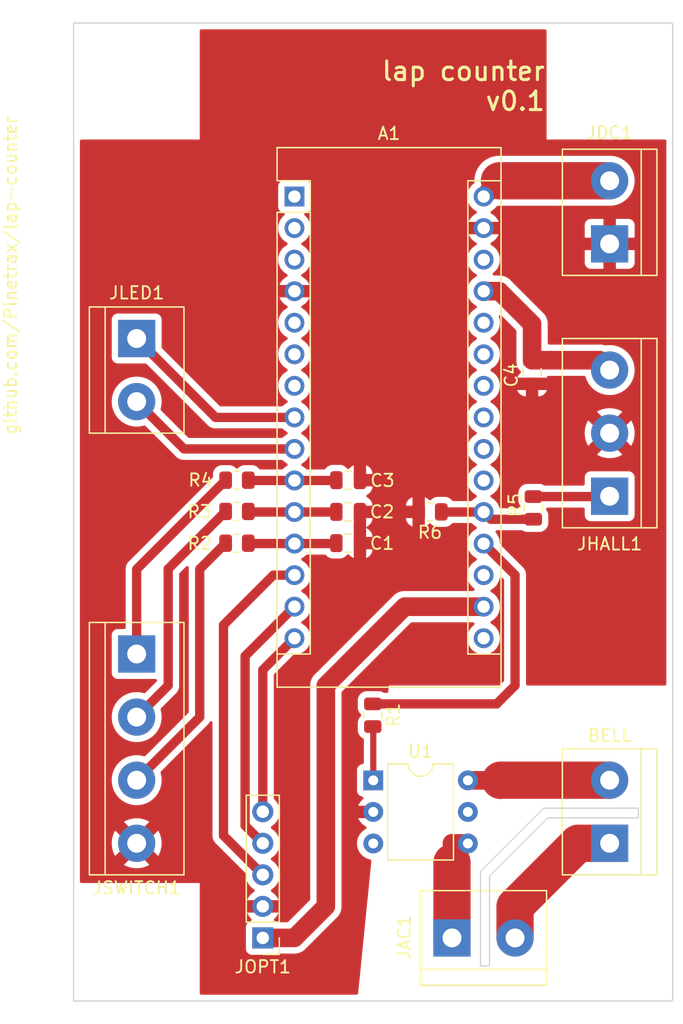
<source format=kicad_pcb>
(kicad_pcb (version 20211014) (generator pcbnew)
  (layers (0 "F.Cu" signal) (31 "B.Cu" signal) (34 "B.Paste" user) (35 "F.Paste" user) (36 "B.SilkS" user "B.Silkscreen") (37 "F.SilkS" user "F.Silkscreen") (38 "B.Mask" user) (39 "F.Mask" user) (44 "Edge.Cuts" user))
  (net 0 "")
  (net 4 "GND")
  (net 6 "+3.3V")
  (net 15 "+12V")
  (net 16 "Net-(R1-Pad2)")
  (net 18 "Net-(A1-Pad10)")
  (net 19 "Net-(A1-Pad8)")
  (net 21 "Net-(A1-Pad11)")
  (net 22 "Net-(A1-Pad9)")
  (net 23 "Net-(A1-Pad12)")
  (net 24 "Net-(R5-Pad2)")
  (net 25 "+5V")
  (net 26 "Net-(U1-Pad4)")
  (net 27 "Net-(A1-Pad15)")
  (net 28 "Net-(JBELL1-Pad1)")
  (net 31 "Net-(U1-Pad6)")
  (net 32 "Net-(R5-Pad1)")
  (net 33 "Net-(R4-Pad2)")
  (net 34 "Net-(R3-Pad2)")
  (net 35 "Net-(JSWITCH1-Pad3)")
  (net 37 "Net-(R1-Pad1)")
  (net 38 "Net-(JOPT1-Pad3)")
  (net 39 "Net-(JOPT1-Pad4)")
  (footprint "Resistor_SMD:R_0805_2012Metric" (layer "F.Cu") (at 132.539086 64.722613 180)
    (fp_text reference "R3" (at 2.999086 -0.018186) (layer "F.SilkS"))
    (fp_text value "470 Ohm")
    (fp_line (start -0.227064 -0.735) (end 0.227064 -0.735) (layer "F.SilkS") (width 0.12))
    (fp_line (start -0.227064 0.735) (end 0.227064 0.735) (layer "F.SilkS") (width 0.12))
    (pad "1" smd roundrect (at -0.9125 0 180) (size 1.025 1.4) (layers "F.Cu" "F.Paste" "F.Mask") (roundrect_rratio 0.243902) (net 21 "Net-(A1-Pad11)"))
    (pad "2" smd roundrect (at 0.9125 0 180) (size 1.025 1.4) (layers "F.Cu" "F.Paste" "F.Mask") (roundrect_rratio 0.243902) (net 34 "Net-(R3-Pad2)"))
  )
  (footprint "MountingHole:MountingHole_4mm" (layer "F.Cu") (at 124.46 99.06 -90)
    (fp_text reference "H4" hide)
    (fp_text value "MountingHole_Pad")
    (pad "" np_thru_hole circle (at 0 0 270) (size 4 4) (drill 4) (layers *.Cu *.Mask))
  )
  (footprint "Module:Arduino_Nano" (layer "F.Cu") (at 137.17 39.37)
    (fp_text reference "A1" (at 7.62 -5.08) (layer "F.SilkS"))
    (fp_text value "Arduino_Nano_v3.x")
    (fp_line (start 13.97 -1.27) (end 16.64 -1.27) (layer "F.SilkS") (width 0.12))
    (fp_line (start 1.27 1.27) (end 1.27 -1.27) (layer "F.SilkS") (width 0.12))
    (fp_line (start 16.64 39.5) (end 16.64 -3.94) (layer "F.SilkS") (width 0.12))
    (fp_line (start -1.4 39.5) (end 16.64 39.5) (layer "F.SilkS") (width 0.12))
    (fp_line (start 13.97 36.83) (end 16.64 36.83) (layer "F.SilkS") (width 0.12))
    (fp_line (start 16.64 -3.94) (end -1.4 -3.94) (layer "F.SilkS") (width 0.12))
    (fp_line (start 1.27 -1.27) (end -1.4 -1.27) (layer "F.SilkS") (width 0.12))
    (fp_line (start -1.4 1.27) (end -1.4 39.5) (layer "F.SilkS") (width 0.12))
    (fp_line (start 1.27 1.27) (end -1.4 1.27) (layer "F.SilkS") (width 0.12))
    (fp_line (start 1.27 1.27) (end 1.27 36.83) (layer "F.SilkS") (width 0.12))
    (fp_line (start -1.4 -3.94) (end -1.4 -1.27) (layer "F.SilkS") (width 0.12))
    (fp_line (start 1.27 36.83) (end -1.4 36.83) (layer "F.SilkS") (width 0.12))
    (fp_line (start 13.97 -1.27) (end 13.97 36.83) (layer "F.SilkS") (width 0.12))
    (pad "1" thru_hole rect (at 0 0) (size 1.6 1.6) (drill 1) (layers *.Cu *.Mask))
    (pad "2" thru_hole oval (at 0 2.54) (size 1.6 1.6) (drill 1) (layers *.Cu *.Mask))
    (pad "3" thru_hole oval (at 0 5.08) (size 1.6 1.6) (drill 1) (layers *.Cu *.Mask))
    (pad "4" thru_hole oval (at 0 7.62) (size 1.6 1.6) (drill 1) (layers *.Cu *.Mask) (net 4 "GND"))
    (pad "5" thru_hole oval (at 0 10.16) (size 1.6 1.6) (drill 1) (layers *.Cu *.Mask))
    (pad "6" thru_hole oval (at 0 12.7) (size 1.6 1.6) (drill 1) (layers *.Cu *.Mask))
    (pad "7" thru_hole oval (at 0 15.24) (size 1.6 1.6) (drill 1) (layers *.Cu *.Mask))
    (pad "8" thru_hole oval (at 0 17.78) (size 1.6 1.6) (drill 1) (layers *.Cu *.Mask) (net 19 "Net-(A1-Pad8)"))
    (pad "9" thru_hole oval (at 0 20.32) (size 1.6 1.6) (drill 1) (layers *.Cu *.Mask) (net 22 "Net-(A1-Pad9)"))
    (pad "10" thru_hole oval (at 0 22.86) (size 1.6 1.6) (drill 1) (layers *.Cu *.Mask) (net 18 "Net-(A1-Pad10)"))
    (pad "11" thru_hole oval (at 0 25.4) (size 1.6 1.6) (drill 1) (layers *.Cu *.Mask) (net 21 "Net-(A1-Pad11)"))
    (pad "12" thru_hole oval (at 0 27.94) (size 1.6 1.6) (drill 1) (layers *.Cu *.Mask) (net 23 "Net-(A1-Pad12)"))
    (pad "13" thru_hole oval (at 0 30.48) (size 1.6 1.6) (drill 1) (layers *.Cu *.Mask) (net 38 "Net-(JOPT1-Pad3)"))
    (pad "14" thru_hole oval (at 0 33.02) (size 1.6 1.6) (drill 1) (layers *.Cu *.Mask) (net 39 "Net-(JOPT1-Pad4)"))
    (pad "15" thru_hole oval (at 0 35.56) (size 1.6 1.6) (drill 1) (layers *.Cu *.Mask) (net 27 "Net-(A1-Pad15)"))
    (pad "16" thru_hole oval (at 15.24 35.56) (size 1.6 1.6) (drill 1) (layers *.Cu *.Mask))
    (pad "17" thru_hole oval (at 15.24 33.02) (size 1.6 1.6) (drill 1) (layers *.Cu *.Mask) (net 6 "+3.3V"))
    (pad "18" thru_hole oval (at 15.24 30.48) (size 1.6 1.6) (drill 1) (layers *.Cu *.Mask))
    (pad "19" thru_hole oval (at 15.24 27.94) (size 1.6 1.6) (drill 1) (layers *.Cu *.Mask) (net 37 "Net-(R1-Pad1)"))
    (pad "20" thru_hole oval (at 15.24 25.4) (size 1.6 1.6) (drill 1) (layers *.Cu *.Mask) (net 24 "Net-(R5-Pad2)"))
    (pad "21" thru_hole oval (at 15.24 22.86) (size 1.6 1.6) (drill 1) (layers *.Cu *.Mask))
    (pad "22" thru_hole oval (at 15.24 20.32) (size 1.6 1.6) (drill 1) (layers *.Cu *.Mask))
    (pad "23" thru_hole oval (at 15.24 17.78) (size 1.6 1.6) (drill 1) (layers *.Cu *.Mask))
    (pad "24" thru_hole oval (at 15.24 15.24) (size 1.6 1.6) (drill 1) (layers *.Cu *.Mask))
    (pad "25" thru_hole oval (at 15.24 12.7) (size 1.6 1.6) (drill 1) (layers *.Cu *.Mask))
    (pad "26" thru_hole oval (at 15.24 10.16) (size 1.6 1.6) (drill 1) (layers *.Cu *.Mask))
    (pad "27" thru_hole oval (at 15.24 7.62) (size 1.6 1.6) (drill 1) (layers *.Cu *.Mask) (net 25 "+5V"))
    (pad "28" thru_hole oval (at 15.24 5.08) (size 1.6 1.6) (drill 1) (layers *.Cu *.Mask))
    (pad "29" thru_hole oval (at 15.24 2.54) (size 1.6 1.6) (drill 1) (layers *.Cu *.Mask) (net 4 "GND"))
    (pad "30" thru_hole oval (at 15.24 0) (size 1.6 1.6) (drill 1) (layers *.Cu *.Mask) (net 15 "+12V"))
  )
  (footprint "Capacitor_SMD:C_0805_2012Metric" (layer "F.Cu") (at 141.495881 67.273876)
    (fp_text reference "C1" (at 2.734326 0.018279) (layer "F.SilkS"))
    (fp_text value "10 uF")
    (fp_line (start -0.261252 -0.735) (end 0.261252 -0.735) (layer "F.SilkS") (width 0.12))
    (fp_line (start -0.261252 0.735) (end 0.261252 0.735) (layer "F.SilkS") (width 0.12))
    (pad "1" smd roundrect (at -0.95 0) (size 1 1.45) (layers "F.Cu" "F.Paste" "F.Mask") (net 23 "Net-(A1-Pad12)"))
    (pad "2" smd roundrect (at 0.95 0) (size 1 1.45) (layers "F.Cu" "F.Paste" "F.Mask") (net 4 "GND"))
  )
  (footprint "Resistor_SMD:R_0805_2012Metric" (layer "F.Cu") (at 132.539086 67.2788 180)
    (fp_text reference "R2" (at 2.999086 -0.0198) (layer "F.SilkS"))
    (fp_text value "470 Ohm")
    (fp_line (start -0.227064 -0.735) (end 0.227064 -0.735) (layer "F.SilkS") (width 0.12))
    (fp_line (start -0.227064 0.735) (end 0.227064 0.735) (layer "F.SilkS") (width 0.12))
    (pad "1" smd roundrect (at -0.9125 0 180) (size 1.025 1.4) (layers "F.Cu" "F.Paste" "F.Mask") (roundrect_rratio 0.243902) (net 23 "Net-(A1-Pad12)"))
    (pad "2" smd roundrect (at 0.9125 0 180) (size 1.025 1.4) (layers "F.Cu" "F.Paste" "F.Mask") (roundrect_rratio 0.243902) (net 35 "Net-(JSWITCH1-Pad3)"))
  )
  (footprint "Resistor_SMD:R_0805_2012Metric" (layer "F.Cu") (at 143.480196 81.128648 -90)
    (fp_text reference "R1" (at 0 -1.65 90) (layer "F.SilkS"))
    (fp_text value "330 Ohm")
    (fp_line (start -0.227064 0.735) (end 0.227064 0.735) (layer "F.SilkS") (width 0.12))
    (fp_line (start -0.227064 -0.735) (end 0.227064 -0.735) (layer "F.SilkS") (width 0.12))
    (pad "1" smd roundrect (at -0.9125 0 270) (size 1.025 1.4) (layers "F.Cu" "F.Paste" "F.Mask") (roundrect_rratio 0.243902) (net 37 "Net-(R1-Pad1)"))
    (pad "2" smd roundrect (at 0.9125 0 270) (size 1.025 1.4) (layers "F.Cu" "F.Paste" "F.Mask") (roundrect_rratio 0.243902) (net 16 "Net-(R1-Pad2)"))
  )
  (footprint "TerminalBlock:TerminalBlock_bornier-3_P5.08mm" (layer "F.Cu") (at 162.56 63.5 90)
    (fp_text reference "JHALL1" (at -3.835393 0 180) (layer "F.SilkS"))
    (fp_text value "Screw_Terminal_01x03")
    (fp_line (start -2.54 -3.81) (end 12.7 -3.81) (layer "F.SilkS") (width 0.12))
    (fp_line (start -2.54 2.54) (end 12.7 2.54) (layer "F.SilkS") (width 0.12))
    (fp_line (start -2.54 3.81) (end -2.54 -3.81) (layer "F.SilkS") (width 0.12))
    (fp_line (start 12.7 3.81) (end 12.7 -3.81) (layer "F.SilkS") (width 0.12))
    (fp_line (start -2.54 3.81) (end 12.7 3.81) (layer "F.SilkS") (width 0.12))
    (pad "1" thru_hole rect (at 0 0 90) (size 3 3) (drill 1.52) (layers *.Cu *.Mask) (net 32 "Net-(R5-Pad1)"))
    (pad "2" thru_hole circle (at 5.08 0 90) (size 3 3) (drill 1.52) (layers *.Cu *.Mask) (net 4 "GND"))
    (pad "3" thru_hole circle (at 10.16 0 90) (size 3 3) (drill 1.52) (layers *.Cu *.Mask) (net 25 "+5V"))
  )
  (footprint "Capacitor_SMD:C_0805_2012Metric" (layer "F.Cu") (at 156.311767 53.498582 90)
    (fp_text reference "C4" (at -0.261252 -1.68 90) (layer "F.SilkS"))
    (fp_text value "10 uF")
    (fp_line (start -0.261252 0.735) (end 0.261252 0.735) (layer "F.SilkS") (width 0.12))
    (fp_line (start -0.261252 -0.735) (end 0.261252 -0.735) (layer "F.SilkS") (width 0.12))
    (pad "1" smd roundrect (at -0.95 0 90) (size 1 1.45) (layers "F.Cu" "F.Paste" "F.Mask") (net 4 "GND"))
    (pad "2" smd roundrect (at 0.95 0 90) (size 1 1.45) (layers "F.Cu" "F.Paste" "F.Mask") (net 25 "+5V"))
  )
  (footprint "TerminalBlock:TerminalBlock_bornier-2_P5.08mm" (layer "F.Cu") (at 149.86 99.06)
    (fp_text reference "JAC1" (at -3.844918 -0.027741 90) (layer "F.SilkS"))
    (fp_text value "Screw_Terminal_01x02")
    (fp_line (start 7.62 2.54) (end -2.54 2.54) (layer "F.SilkS") (width 0.12))
    (fp_line (start -2.54 3.81) (end 7.62 3.81) (layer "F.SilkS") (width 0.12))
    (fp_line (start -2.54 -3.81) (end -2.54 3.81) (layer "F.SilkS") (width 0.12))
    (fp_line (start 7.62 -3.81) (end -2.54 -3.81) (layer "F.SilkS") (width 0.12))
    (fp_line (start 7.62 3.81) (end 7.62 -3.81) (layer "F.SilkS") (width 0.12))
    (pad "1" thru_hole rect (at 0 0) (size 3 3) (drill 1.52) (layers *.Cu *.Mask) (net 26 "Net-(U1-Pad4)"))
    (pad "2" thru_hole circle (at 5.08 0) (size 3 3) (drill 1.52) (layers *.Cu *.Mask) (net 28 "Net-(JBELL1-Pad1)"))
  )
  (footprint "Resistor_SMD:R_0805_2012Metric" (layer "F.Cu") (at 148.086642 64.758048 180)
    (fp_text reference "R6" (at 0 -1.65) (layer "F.SilkS"))
    (fp_text value "470 Ohm")
    (fp_line (start -0.227064 0.735) (end 0.227064 0.735) (layer "F.SilkS") (width 0.12))
    (fp_line (start -0.227064 -0.735) (end 0.227064 -0.735) (layer "F.SilkS") (width 0.12))
    (pad "1" smd roundrect (at -0.9125 0 180) (size 1.025 1.4) (layers "F.Cu" "F.Paste" "F.Mask") (roundrect_rratio 0.243902) (net 24 "Net-(R5-Pad2)"))
    (pad "2" smd roundrect (at 0.9125 0 180) (size 1.025 1.4) (layers "F.Cu" "F.Paste" "F.Mask") (roundrect_rratio 0.243902) (net 4 "GND"))
  )
  (footprint "Capacitor_SMD:C_0805_2012Metric" (layer "F.Cu") (at 141.495881 62.206785)
    (fp_text reference "C3" (at 2.762521 0.024464) (layer "F.SilkS"))
    (fp_text value "10 uF")
    (fp_line (start -0.261252 0.735) (end 0.261252 0.735) (layer "F.SilkS") (width 0.12))
    (fp_line (start -0.261252 -0.735) (end 0.261252 -0.735) (layer "F.SilkS") (width 0.12))
    (pad "1" smd roundrect (at -0.95 0) (size 1 1.45) (layers "F.Cu" "F.Paste" "F.Mask") (net 18 "Net-(A1-Pad10)"))
    (pad "2" smd roundrect (at 0.95 0) (size 1 1.45) (layers "F.Cu" "F.Paste" "F.Mask") (net 4 "GND"))
  )
  (footprint "MountingHole:MountingHole_4mm" (layer "F.Cu") (at 162.56 99.06 90)
    (fp_text reference "H3" hide)
    (fp_text value "MountingHole_Pad")
    (pad "" np_thru_hole circle (at 0 0 90) (size 4 4) (drill 4) (layers *.Cu *.Mask))
  )
  (footprint "TerminalBlock:TerminalBlock_bornier-4_P5.08mm" (layer "F.Cu") (at 124.46 76.2 -90)
    (fp_text reference "JSWITCH1" (at 18.835378 0) (layer "F.SilkS"))
    (fp_text value "Screw_Terminal_01x04")
    (fp_line (start -2.54 3.81) (end 17.78 3.81) (layer "F.SilkS") (width 0.12))
    (fp_line (start 17.78 3.81) (end 17.78 -3.81) (layer "F.SilkS") (width 0.12))
    (fp_line (start 17.78 2.54) (end -2.54 2.54) (layer "F.SilkS") (width 0.12))
    (fp_line (start -2.54 -3.81) (end 17.78 -3.81) (layer "F.SilkS") (width 0.12))
    (fp_line (start -2.54 -3.81) (end -2.54 3.81) (layer "F.SilkS") (width 0.12))
    (pad "1" thru_hole rect (at 0 0 270) (size 3 3) (drill 1.52) (layers *.Cu *.Mask) (net 33 "Net-(R4-Pad2)"))
    (pad "2" thru_hole circle (at 5.08 0 270) (size 3 3) (drill 1.52) (layers *.Cu *.Mask) (net 34 "Net-(R3-Pad2)"))
    (pad "3" thru_hole circle (at 10.16 0 270) (size 3 3) (drill 1.52) (layers *.Cu *.Mask) (net 35 "Net-(JSWITCH1-Pad3)"))
    (pad "4" thru_hole circle (at 15.24 0 270) (size 3 3) (drill 1.52) (layers *.Cu *.Mask) (net 4 "GND"))
  )
  (footprint "Resistor_SMD:R_0805_2012Metric" (layer "F.Cu") (at 156.413679 64.43914 -90)
    (fp_text reference "R5" (at -0.227064 1.473679 90) (layer "F.SilkS"))
    (fp_text value "180 Ohm")
    (fp_line (start -0.227064 -0.735) (end 0.227064 -0.735) (layer "F.SilkS") (width 0.12))
    (fp_line (start -0.227064 0.735) (end 0.227064 0.735) (layer "F.SilkS") (width 0.12))
    (pad "1" smd roundrect (at -0.9125 0 270) (size 1.025 1.4) (layers "F.Cu" "F.Paste" "F.Mask") (roundrect_rratio 0.243902) (net 32 "Net-(R5-Pad1)"))
    (pad "2" smd roundrect (at 0.9125 0 270) (size 1.025 1.4) (layers "F.Cu" "F.Paste" "F.Mask") (roundrect_rratio 0.243902) (net 24 "Net-(R5-Pad2)"))
  )
  (footprint "Package_DIP:DIP-6_W7.62mm" (layer "F.Cu") (at 143.52 86.375)
    (fp_text reference "U1" (at 3.81 -2.33) (layer "F.SilkS"))
    (fp_text value "TLP3543")
    (fp_line (start 1.16 6.41) (end 6.46 6.41) (layer "F.SilkS") (width 0.12))
    (fp_line (start 6.46 6.41) (end 6.46 -1.33) (layer "F.SilkS") (width 0.12))
    (fp_line (start 2.81 -1.33) (end 1.16 -1.33) (layer "F.SilkS") (width 0.12))
    (fp_line (start 6.46 -1.33) (end 4.81 -1.33) (layer "F.SilkS") (width 0.12))
    (fp_line (start 1.16 -1.33) (end 1.16 6.41) (layer "F.SilkS") (width 0.12))
    (fp_arc (start 4.81 -1.33) (mid 3.81 -0.33) (end 2.81 -1.33) (layer "F.SilkS") (width 0.12))
    (pad "1" thru_hole rect (at 0 0) (size 1.6 1.6) (drill 0.8) (layers *.Cu *.Mask) (net 16 "Net-(R1-Pad2)"))
    (pad "2" thru_hole oval (at 0 2.54) (size 1.6 1.6) (drill 0.8) (layers *.Cu *.Mask) (net 4 "GND"))
    (pad "3" thru_hole oval (at 0 5.08) (size 1.6 1.6) (drill 0.8) (layers *.Cu *.Mask))
    (pad "4" thru_hole oval (at 7.62 5.08) (size 1.6 1.6) (drill 0.8) (layers *.Cu *.Mask) (net 26 "Net-(U1-Pad4)"))
    (pad "5" thru_hole oval (at 7.62 2.54) (size 1.6 1.6) (drill 0.8) (layers *.Cu *.Mask))
    (pad "6" thru_hole oval (at 7.62 0) (size 1.6 1.6) (drill 0.8) (layers *.Cu *.Mask) (net 31 "Net-(U1-Pad6)"))
  )
  (footprint "MountingHole:MountingHole_4mm" (layer "F.Cu") (at 124.46 30.48 -90)
    (fp_text reference "H2" hide)
    (fp_text value "MountingHole_Pad")
    (pad "" np_thru_hole circle (at 0 0 270) (size 4 4) (drill 4) (layers *.Cu *.Mask))
  )
  (footprint "Connector_PinHeader_2.54mm:PinHeader_1x05_P2.54mm_Vertical" (layer "F.Cu") (at 134.62 99.06 180)
    (fp_text reference "JOPT1" (at 0 -2.33) (layer "F.SilkS"))
    (fp_text value "Conn_01x05")
    (fp_line (start -1.33 11.49) (end 1.33 11.49) (layer "F.SilkS") (width 0.12))
    (fp_line (start -1.33 -1.33) (end 0 -1.33) (layer "F.SilkS") (width 0.12))
    (fp_line (start -1.33 1.27) (end 1.33 1.27) (layer "F.SilkS") (width 0.12))
    (fp_line (start 1.33 1.27) (end 1.33 11.49) (layer "F.SilkS") (width 0.12))
    (fp_line (start -1.33 0) (end -1.33 -1.33) (layer "F.SilkS") (width 0.12))
    (fp_line (start -1.33 1.27) (end -1.33 11.49) (layer "F.SilkS") (width 0.12))
    (pad "1" thru_hole rect (at 0 0 180) (size 1.7 1.7) (drill 1) (layers *.Cu *.Mask) (net 6 "+3.3V"))
    (pad "2" thru_hole oval (at 0 2.54 180) (size 1.7 1.7) (drill 1) (layers *.Cu *.Mask) (net 4 "GND"))
    (pad "3" thru_hole oval (at 0 5.08 180) (size 1.7 1.7) (drill 1) (layers *.Cu *.Mask) (net 38 "Net-(JOPT1-Pad3)"))
    (pad "4" thru_hole oval (at 0 7.62 180) (size 1.7 1.7) (drill 1) (layers *.Cu *.Mask) (net 39 "Net-(JOPT1-Pad4)"))
    (pad "5" thru_hole oval (at 0 10.16 180) (size 1.7 1.7) (drill 1) (layers *.Cu *.Mask) (net 27 "Net-(A1-Pad15)"))
  )
  (footprint "TerminalBlock:TerminalBlock_bornier-2_P5.08mm" (layer "F.Cu") (at 162.56 91.44 90)
    (fp_text reference "JBELL1" hide)
    (fp_text value "Screw_Terminal_01x02")
    (fp_line (start -2.54 -3.81) (end -2.54 3.81) (layer "F.SilkS") (width 0.12))
    (fp_line (start -2.54 3.81) (end 7.62 3.81) (layer "F.SilkS") (width 0.12))
    (fp_line (start 7.62 2.54) (end -2.54 2.54) (layer "F.SilkS") (width 0.12))
    (fp_line (start 7.62 -3.81) (end -2.54 -3.81) (layer "F.SilkS") (width 0.12))
    (fp_line (start 7.62 3.81) (end 7.62 -3.81) (layer "F.SilkS") (width 0.12))
    (pad "1" thru_hole rect (at 0 0 90) (size 3 3) (drill 1.52) (layers *.Cu *.Mask) (net 28 "Net-(JBELL1-Pad1)"))
    (pad "2" thru_hole circle (at 5.08 0 90) (size 3 3) (drill 1.52) (layers *.Cu *.Mask) (net 31 "Net-(U1-Pad6)"))
  )
  (footprint "Capacitor_SMD:C_0805_2012Metric" (layer "F.Cu") (at 141.495881 64.758048)
    (fp_text reference "C2" (at 2.734326 -0.003395) (layer "F.SilkS"))
    (fp_text value "10 uF")
    (fp_line (start -0.261252 0.735) (end 0.261252 0.735) (layer "F.SilkS") (width 0.12))
    (fp_line (start -0.261252 -0.735) (end 0.261252 -0.735) (layer "F.SilkS") (width 0.12))
    (pad "1" smd roundrect (at -0.95 0) (size 1 1.45) (layers "F.Cu" "F.Paste" "F.Mask") (net 21 "Net-(A1-Pad11)"))
    (pad "2" smd roundrect (at 0.95 0) (size 1 1.45) (layers "F.Cu" "F.Paste" "F.Mask") (net 4 "GND"))
  )
  (footprint "TerminalBlock:TerminalBlock_bornier-2_P5.08mm" (layer "F.Cu") (at 162.56 43.18 90)
    (fp_text reference "JDC1" (at 8.947984 0) (layer "F.SilkS"))
    (fp_text value "Screw_Terminal_01x02")
    (fp_line (start -2.54 3.81) (end 7.62 3.81) (layer "F.SilkS") (width 0.12))
    (fp_line (start 7.62 -3.81) (end -2.54 -3.81) (layer "F.SilkS") (width 0.12))
    (fp_line (start -2.54 -3.81) (end -2.54 3.81) (layer "F.SilkS") (width 0.12))
    (fp_line (start 7.62 3.81) (end 7.62 -3.81) (layer "F.SilkS") (width 0.12))
    (fp_line (start 7.62 2.54) (end -2.54 2.54) (layer "F.SilkS") (width 0.12))
    (pad "1" thru_hole rect (at 0 0 90) (size 3 3) (drill 1.52) (layers *.Cu *.Mask) (net 4 "GND"))
    (pad "2" thru_hole circle (at 5.08 0 90) (size 3 3) (drill 1.52) (layers *.Cu *.Mask) (net 15 "+12V"))
  )
  (footprint "MountingHole:MountingHole_4mm" (layer "F.Cu") (at 162.56 30.48 -90)
    (fp_text reference "H1" hide)
    (fp_text value "MountingHole_Pad")
    (pad "" np_thru_hole circle (at 0 0 270) (size 4 4) (drill 4) (layers *.Cu *.Mask))
  )
  (footprint "TerminalBlock:TerminalBlock_bornier-2_P5.08mm" (layer "F.Cu") (at 124.46 50.8 -90)
    (fp_text reference "JLED1" (at -3.674086 0) (layer "F.SilkS"))
    (fp_text value "Screw_Terminal_01x02")
    (fp_line (start 7.62 3.81) (end 7.62 -3.81) (layer "F.SilkS") (width 0.12))
    (fp_line (start 7.62 -3.81) (end -2.54 -3.81) (layer "F.SilkS") (width 0.12))
    (fp_line (start 7.62 2.54) (end -2.54 2.54) (layer "F.SilkS") (width 0.12))
    (fp_line (start -2.54 -3.81) (end -2.54 3.81) (layer "F.SilkS") (width 0.12))
    (fp_line (start -2.54 3.81) (end 7.62 3.81) (layer "F.SilkS") (width 0.12))
    (pad "1" thru_hole rect (at 0 0 270) (size 3 3) (drill 1.52) (layers *.Cu *.Mask) (net 19 "Net-(A1-Pad8)"))
    (pad "2" thru_hole circle (at 5.08 0 270) (size 3 3) (drill 1.52) (layers *.Cu *.Mask) (net 22 "Net-(A1-Pad9)"))
  )
  (footprint "Resistor_SMD:R_0805_2012Metric" (layer "F.Cu") (at 132.539086 62.206785 180)
    (fp_text reference "R4" (at 2.935688 0.003488) (layer "F.SilkS"))
    (fp_text value "470 Ohm")
    (fp_line (start -0.227064 0.735) (end 0.227064 0.735) (layer "F.SilkS") (width 0.12))
    (fp_line (start -0.227064 -0.735) (end 0.227064 -0.735) (layer "F.SilkS") (width 0.12))
    (pad "1" smd roundrect (at -0.9125 0 180) (size 1.025 1.4) (layers "F.Cu" "F.Paste" "F.Mask") (roundrect_rratio 0.243902) (net 18 "Net-(A1-Pad10)"))
    (pad "2" smd roundrect (at 0.9125 0 180) (size 1.025 1.4) (layers "F.Cu" "F.Paste" "F.Mask") (roundrect_rratio 0.243902) (net 33 "Net-(R4-Pad2)"))
  )
  (gr_line (start 157.234451 88.613) (end 164.854451 88.613) (layer "Edge.Cuts") (width 0.1))
  (gr_line (start 157.594854 89.389396) (end 164.88256 89.389396) (layer "Edge.Cuts") (width 0.1))
  (gr_line (start 167.64 104.14) (end 119.38 104.14) (layer "Edge.Cuts") (width 0.1))
  (gr_line (start 152.885251 94.0787) (end 157.594854 89.389396) (layer "Edge.Cuts") (width 0.1))
  (gr_line (start 152.154451 93.693) (end 157.234451 88.613) (layer "Edge.Cuts") (width 0.1))
  (gr_line (start 167.64 25.4) (end 167.64 104.14) (layer "Edge.Cuts") (width 0.1))
  (gr_line (start 152.154451 101.313) (end 152.885251 101.305505) (layer "Edge.Cuts") (width 0.1))
  (gr_line (start 152.885251 101.305505) (end 152.885251 94.0787) (layer "Edge.Cuts") (width 0.1))
  (gr_line (start 164.88256 89.389396) (end 164.854451 88.613) (layer "Edge.Cuts") (width 0.1))
  (gr_line (start 119.38 25.4) (end 167.64 25.4) (layer "Edge.Cuts") (width 0.1))
  (gr_line (start 152.154451 101.313) (end 152.154451 93.693) (layer "Edge.Cuts") (width 0.1))
  (gr_line (start 119.38 104.14) (end 119.38 25.4) (layer "Edge.Cuts") (width 0.1))
  (gr_text "lap counter\nv0.1" (at 157.48 30.48) (layer "F.SilkS") (effects (font (size 1.5 1.5) (thickness 0.25)) (justify right)))
  (gr_text "github.com/Pinetrax/lap-counter" (at 114.3 45.72 90) (layer "F.SilkS") (effects (font (size 1 1))))
  (gr_text "BELL" (at 162.56 82.767647) (layer "F.SilkS") (effects (font (size 1 1))))
  (segment (start 139.7 78.74) (end 139.7 96.52) (width 1.5) (layer "F.Cu") (net 6))
  (segment (start 137.16 99.06) (end 134.62 99.06) (width 1.5) (layer "F.Cu") (net 6))
  (segment (start 146.05 72.39) (end 152.41 72.39) (width 1.5) (layer "F.Cu") (net 6))
  (segment (start 146.05 72.39) (end 139.7 78.74) (width 1.5) (layer "F.Cu") (net 6))
  (segment (start 139.7 96.52) (end 137.16 99.06) (width 1.5) (layer "F.Cu") (net 6))
  (segment (start 162.56 38.1) (end 153.68 38.1) (width 3) (layer "F.Cu") (net 15))
  (segment (start 152.41 39.37) (end 153.68 38.1) (width 1.5) (layer "F.Cu") (net 15))
  (segment (start 143.52 82.080952) (end 143.480196 82.041148) (width 0.5) (layer "F.Cu") (net 16))
  (segment (start 143.52 86.375) (end 143.52 82.080952) (width 0.5) (layer "F.Cu") (net 16))
  (segment (start 137.17 62.23) (end 133.474801 62.23) (width 0.75) (layer "F.Cu") (net 18))
  (segment (start 140.522666 62.23) (end 140.545881 62.206785) (width 0.75) (layer "F.Cu") (net 18))
  (segment (start 137.17 62.23) (end 140.522666 62.23) (width 0.75) (layer "F.Cu") (net 18))
  (segment (start 133.474801 62.23) (end 133.451586 62.206785) (width 0.75) (layer "F.Cu") (net 18))
  (segment (start 130.81 57.15) (end 124.46 50.8) (width 0.75) (layer "F.Cu") (net 19))
  (segment (start 137.17 57.15) (end 130.81 57.15) (width 0.75) (layer "F.Cu") (net 19))
  (segment (start 137.17 64.77) (end 140.533929 64.77) (width 0.75) (layer "F.Cu") (net 21))
  (segment (start 140.533929 64.77) (end 140.545881 64.758048) (width 0.75) (layer "F.Cu") (net 21))
  (segment (start 137.17 64.77) (end 133.498973 64.77) (width 0.75) (layer "F.Cu") (net 21))
  (segment (start 133.498973 64.77) (end 133.451586 64.722613) (width 0.75) (layer "F.Cu") (net 21))
  (segment (start 137.17 59.69) (end 128.27 59.69) (width 0.75) (layer "F.Cu") (net 22))
  (segment (start 128.27 59.69) (end 124.46 55.88) (width 0.75) (layer "F.Cu") (net 22))
  (segment (start 137.17 67.31) (end 140.509757 67.31) (width 0.75) (layer "F.Cu") (net 23))
  (segment (start 140.509757 67.31) (end 140.545881 67.273876) (width 0.75) (layer "F.Cu") (net 23))
  (segment (start 137.17 67.31) (end 133.482786 67.31) (width 0.75) (layer "F.Cu") (net 23))
  (segment (start 133.482786 67.31) (end 133.451586 67.2788) (width 0.75) (layer "F.Cu") (net 23))
  (segment (start 152.99164 65.35164) (end 152.41 64.77) (width 0.75) (layer "F.Cu") (net 24))
  (segment (start 152.41 64.77) (end 149.011094 64.77) (width 0.75) (layer "F.Cu") (net 24))
  (segment (start 156.413679 65.35164) (end 152.99164 65.35164) (width 0.75) (layer "F.Cu") (net 24))
  (segment (start 149.011094 64.77) (end 148.999142 64.758048) (width 0.75) (layer "F.Cu") (net 24))
  (segment (start 156.311767 52.548582) (end 156.311767 49.631767) (width 1.5) (layer "F.Cu") (net 25))
  (segment (start 156.311767 49.631767) (end 153.67 46.99) (width 1.5) (layer "F.Cu") (net 25))
  (segment (start 161.768582 52.548582) (end 156.311767 52.548582) (width 1.5) (layer "F.Cu") (net 25))
  (segment (start 153.67 46.99) (end 152.41 46.99) (width 1.5) (layer "F.Cu") (net 25))
  (segment (start 162.56 53.34) (end 161.768582 52.548582) (width 1.5) (layer "F.Cu") (net 25))
  (segment (start 149.86 99.06) (end 149.86 92.98) (width 3) (layer "F.Cu") (net 26))
  (segment (start 149.875 91.455) (end 149.86 91.44) (width 1.5) (layer "F.Cu") (net 26))
  (segment (start 149.86 91.44) (end 149.86 92.98) (width 1.5) (layer "F.Cu") (net 26))
  (segment (start 151.14 91.455) (end 149.875 91.455) (width 1.5) (layer "F.Cu") (net 26))
  (segment (start 134.62 88.9) (end 134.62 77.48) (width 0.75) (layer "F.Cu") (net 27))
  (segment (start 134.62 77.48) (end 137.17 74.93) (width 0.75) (layer "F.Cu") (net 27))
  (segment (start 154.94 96.52) (end 154.94 99.06) (width 3) (layer "F.Cu") (net 28))
  (segment (start 160.02 91.44) (end 154.94 96.52) (width 3) (layer "F.Cu") (net 28))
  (segment (start 162.56 91.44) (end 160.02 91.44) (width 3) (layer "F.Cu") (net 28))
  (segment (start 162.545 86.375) (end 162.56 86.36) (width 3) (layer "F.Cu") (net 31))
  (segment (start 151.14 86.375) (end 153.758895 86.375) (width 1.5) (layer "F.Cu") (net 31))
  (segment (start 153.773895 86.36) (end 153.758895 86.375) (width 3) (layer "F.Cu") (net 31))
  (segment (start 162.56 86.36) (end 153.773895 86.36) (width 3) (layer "F.Cu") (net 31))
  (segment (start 162.53336 63.52664) (end 162.56 63.5) (width 0.75) (layer "F.Cu") (net 32))
  (segment (start 156.413679 63.52664) (end 162.53336 63.52664) (width 0.75) (layer "F.Cu") (net 32))
  (segment (start 124.46 69.373371) (end 124.46 76.2) (width 0.75) (layer "F.Cu") (net 33))
  (segment (start 131.626586 62.206785) (end 124.46 69.373371) (width 0.75) (layer "F.Cu") (net 33))
  (segment (start 127 78.74) (end 124.46 81.28) (width 0.75) (layer "F.Cu") (net 34))
  (segment (start 131.626586 64.722613) (end 127 69.349199) (width 0.75) (layer "F.Cu") (net 34))
  (segment (start 127 69.349199) (end 127 78.74) (width 0.75) (layer "F.Cu") (net 34))
  (segment (start 129.54 81.28) (end 124.46 86.36) (width 0.75) (layer "F.Cu") (net 35))
  (segment (start 129.54 69.365386) (end 129.54 81.28) (width 0.75) (layer "F.Cu") (net 35))
  (segment (start 131.626586 67.2788) (end 129.54 69.365386) (width 0.75) (layer "F.Cu") (net 35))
  (segment (start 154.94 69.84) (end 152.41 67.31) (width 0.75) (layer "F.Cu") (net 37))
  (segment (start 153.463852 80.216148) (end 154.94 78.74) (width 0.75) (layer "F.Cu") (net 37))
  (segment (start 143.480196 80.216148) (end 153.463852 80.216148) (width 0.75) (layer "F.Cu") (net 37))
  (segment (start 154.94 78.74) (end 154.94 69.84) (width 0.75) (layer "F.Cu") (net 37))
  (segment (start 131.45411 90.81411) (end 131.45411 73.865987) (width 0.75) (layer "F.Cu") (net 38))
  (segment (start 135.470097 69.85) (end 137.17 69.85) (width 0.75) (layer "F.Cu") (net 38))
  (segment (start 131.45411 73.865987) (end 135.470097 69.85) (width 0.75) (layer "F.Cu") (net 38))
  (segment (start 134.62 93.98) (end 131.45411 90.81411) (width 0.75) (layer "F.Cu") (net 38))
  (segment (start 134.62 91.44) (end 133.195 90.015) (width 0.75) (layer "F.Cu") (net 39))
  (segment (start 133.195 76.365) (end 137.17 72.39) (width 0.75) (layer "F.Cu") (net 39))
  (segment (start 133.195 90.015) (end 133.195 76.365) (width 0.75) (layer "F.Cu") (net 39))
  (zone (net 4) (net_name "GND") (layer "F.Cu") (connect_pads (clearance 0.508)) (min_thickness 0.254) (fill yes (thermal_gap 0.508) (thermal_bridge_width 1))
    (polygon (pts (xy 142.24 104.14) (xy 129.54 104.14) (xy 129.54 94.639593) (xy 119.38 94.639593) (xy 119.38 34.77785) (xy 129.54 34.77785) (xy 129.54 25.4) (xy 157.48 25.4) (xy 157.48 34.77785) (xy 167.64 34.77785) (xy 167.64 78.74) (xy 144.78 78.74)))
  )
)
</source>
